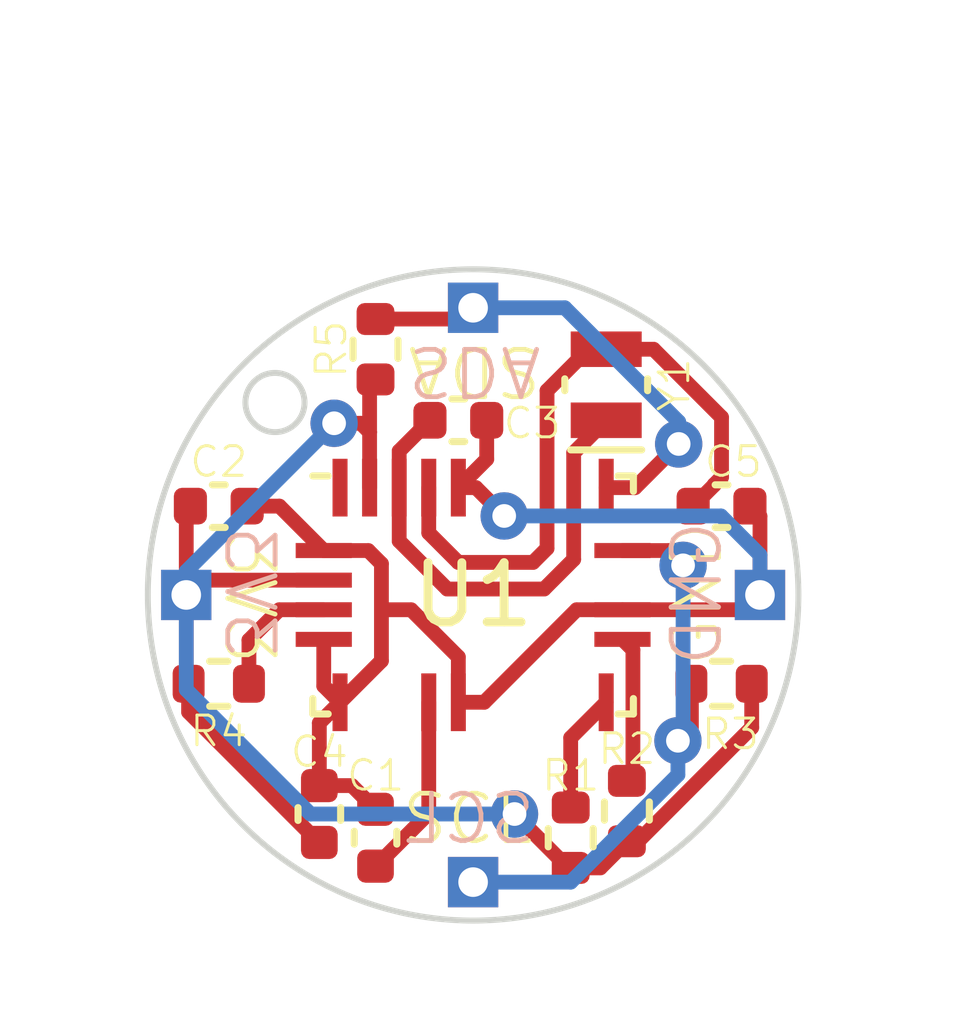
<source format=kicad_pcb>
(kicad_pcb (version 20221018) (generator pcbnew)
  (title_block (title "BNO08x Interface Board r5.5") (date "2023-08-24") (comment 1 "Author: Toby Godfrey"))
  (layers (0 "F.Cu" signal) (31 "B.Cu" signal) (34 "B.Paste" user) (35 "F.Paste" user) (36 "B.SilkS" user "B.Silkscreen") (37 "F.SilkS" user "F.Silkscreen") (38 "B.Mask" user) (39 "F.Mask" user) (44 "Edge.Cuts" user))
  (net 0 "")
  (net 1 "CLKSEL0")
  (net 2 "Net-(U1-CAP)")
  (net 3 "+3.3V")
  (net 4 "XIN32")
  (net 5 "CLKSEL1")
  (net 6 "SCL")
  (net 7 "SDA")
  (net 8 "Net-(U1-ENV_SCL)")
  (net 9 "Net-(U1-ENV_SDA)")
  (net 10 "Net-(U1-BOOTN)")
  (footprint "Connector_PinHeader_1.00mm:PinHeader_1x01_P1.00mm_Vertical" (layer "F.Cu") (at 150 95.15)
    (fp_text reference "J2" hide)
    (fp_text value "PIN_SDA")
    (pad "1" thru_hole rect (at 0 0) (size 0.85 0.85) (drill 0.5) (layers "*.Cu" "*.Mask") (net 7 "SDA"))
  )
  (footprint "Connector_PinHeader_1.00mm:PinHeader_1x01_P1.00mm_Vertical" (layer "F.Cu") (at 154.85 100)
    (fp_text reference "J4" hide)
    (fp_text value "PIN_GND")
    (pad "1" thru_hole rect (at 0 0) (size 0.85 0.85) (drill 0.5) (layers "*.Cu" "*.Mask") (net 1 "CLKSEL0"))
  )
  (footprint "Capacitor_SMD:C_0402_1005Metric" (layer "F.Cu") (at 154.2 98.5)
    (fp_text reference "C5" (at 0.2 -0.75) (layer "F.SilkS") (effects (font (size 0.5 0.5) (thickness 0.05))))
    (fp_text value "20pF")
    (fp_line (start -0.107836 -0.36) (end 0.107836 -0.36) (stroke (width 0.12)) (layer "F.SilkS"))
    (fp_line (start -0.107836 0.36) (end 0.107836 0.36) (stroke (width 0.12)) (layer "F.SilkS"))
    (pad "1" smd roundrect (at -0.48 0) (size 0.56 0.62) (layers "F.Cu" "F.Paste" "F.Mask") (net 5 "CLKSEL1"))
    (pad "2" smd roundrect (at 0.48 0) (size 0.56 0.62) (layers "F.Cu" "F.Paste" "F.Mask") (net 1 "CLKSEL0"))
  )
  (footprint "Connector_PinHeader_1.00mm:PinHeader_1x01_P1.00mm_Vertical" (layer "F.Cu") (at 150 104.85)
    (fp_text reference "J1" hide)
    (fp_text value "PIN_SCL")
    (pad "1" thru_hole rect (at 0 0) (size 0.85 0.85) (drill 0.5) (layers "*.Cu" "*.Mask") (net 6 "SCL"))
  )
  (footprint "Capacitor_SMD:C_0402_1005Metric" (layer "F.Cu") (at 148.35 104.1 -90)
    (fp_text reference "C1" (at -1.05 0 -180) (layer "F.SilkS") (effects (font (size 0.5 0.5) (thickness 0.05))))
    (fp_text value "100nF")
    (fp_line (start -0.107836 -0.36) (end 0.107836 -0.36) (stroke (width 0.12)) (layer "F.SilkS"))
    (fp_line (start -0.107836 0.36) (end 0.107836 0.36) (stroke (width 0.12)) (layer "F.SilkS"))
    (pad "1" smd roundrect (at -0.48 0 270) (size 0.56 0.62) (layers "F.Cu" "F.Paste" "F.Mask") (net 1 "CLKSEL0"))
    (pad "2" smd roundrect (at 0.48 0 270) (size 0.56 0.62) (layers "F.Cu" "F.Paste" "F.Mask") (net 2 "Net-(U1-CAP)"))
  )
  (footprint "Resistor_SMD:R_0402_1005Metric" (layer "F.Cu") (at 151.65 104.1 90)
    (fp_text reference "R1" (at 1.05 0 180) (layer "F.SilkS") (effects (font (size 0.5 0.5) (thickness 0.05))))
    (fp_text value "2.2k")
    (fp_line (start -0.153641 -0.38) (end 0.153641 -0.38) (stroke (width 0.12)) (layer "F.SilkS"))
    (fp_line (start -0.153641 0.38) (end 0.153641 0.38) (stroke (width 0.12)) (layer "F.SilkS"))
    (pad "1" smd roundrect (at -0.51 0 90) (size 0.54 0.64) (layers "F.Cu" "F.Paste" "F.Mask") (net 3 "+3.3V"))
    (pad "2" smd roundrect (at 0.51 0 90) (size 0.54 0.64) (layers "F.Cu" "F.Paste" "F.Mask") (net 8 "Net-(U1-ENV_SCL)"))
  )
  (footprint "Package_LGA:LGA-28_5.2x3.8mm_P0.5mm" (layer "F.Cu") (at 150 100)
    (fp_text reference "U1" (at 0 0) (layer "F.SilkS"))
    (fp_text value "~")
    (fp_line (start -2.71 -2.01) (end -2.45 -2.01) (stroke (width 0.12)) (layer "F.SilkS"))
    (fp_line (start -2.71 2.01) (end -2.71 1.75) (stroke (width 0.12)) (layer "F.SilkS"))
    (fp_line (start -2.71 2.01) (end -2.45 2.01) (stroke (width 0.12)) (layer "F.SilkS"))
    (fp_line (start 2.71 -2.01) (end 2.45 -2.01) (stroke (width 0.12)) (layer "F.SilkS"))
    (fp_line (start 2.71 -2.01) (end 2.71 -1.75) (stroke (width 0.12)) (layer "F.SilkS"))
    (fp_line (start 2.71 2.01) (end 2.45 2.01) (stroke (width 0.12)) (layer "F.SilkS"))
    (fp_line (start 2.71 2.01) (end 2.71 1.75) (stroke (width 0.12)) (layer "F.SilkS"))
    (pad "1" smd rect (at -2.25 -1.8125) (size 0.254 0.975) (layers "F.Cu" "F.Paste" "F.Mask"))
    (pad "2" smd rect (at -2.525 -0.75 90) (size 0.254 0.95) (layers "F.Cu" "F.Paste" "F.Mask") (net 1 "CLKSEL0"))
    (pad "3" smd rect (at -2.525 -0.25 90) (size 0.254 0.95) (layers "F.Cu" "F.Paste" "F.Mask") (net 3 "+3.3V"))
    (pad "4" smd rect (at -2.525 0.25 90) (size 0.254 0.95) (layers "F.Cu" "F.Paste" "F.Mask") (net 10 "Net-(U1-BOOTN)"))
    (pad "5" smd rect (at -2.525 0.75 90) (size 0.254 0.95) (layers "F.Cu" "F.Paste" "F.Mask") (net 1 "CLKSEL0"))
    (pad "6" smd rect (at -2.25 1.8125) (size 0.254 0.975) (layers "F.Cu" "F.Paste" "F.Mask") (net 1 "CLKSEL0"))
    (pad "9" smd rect (at -0.75 1.8125) (size 0.254 0.975) (layers "F.Cu" "F.Paste" "F.Mask") (net 2 "Net-(U1-CAP)"))
    (pad "10" smd rect (at -0.25 1.8125) (size 0.254 0.975) (layers "F.Cu" "F.Paste" "F.Mask") (net 1 "CLKSEL0"))
    (pad "15" smd rect (at 2.25 1.8125) (size 0.254 0.975) (layers "F.Cu" "F.Paste" "F.Mask") (net 8 "Net-(U1-ENV_SCL)"))
    (pad "16" smd rect (at 2.525 0.75 90) (size 0.254 0.95) (layers "F.Cu" "F.Paste" "F.Mask") (net 9 "Net-(U1-ENV_SDA)"))
    (pad "17" smd rect (at 2.525 0.25 90) (size 0.254 0.95) (layers "F.Cu" "F.Paste" "F.Mask") (net 1 "CLKSEL0"))
    (pad "19" smd rect (at 2.525 -0.75 90) (size 0.254 0.95) (layers "F.Cu" "F.Paste" "F.Mask") (net 6 "SCL"))
    (pad "20" smd rect (at 2.25 -1.8125) (size 0.254 0.975) (layers "F.Cu" "F.Paste" "F.Mask") (net 7 "SDA"))
    (pad "25" smd rect (at -0.25 -1.8125) (size 0.254 0.975) (layers "F.Cu" "F.Paste" "F.Mask") (net 1 "CLKSEL0"))
    (pad "26" smd rect (at -0.75 -1.8125) (size 0.254 0.975) (layers "F.Cu" "F.Paste" "F.Mask") (net 5 "CLKSEL1"))
    (pad "27" smd rect (at -1.25 -1.8125) (size 0.254 0.975) (layers "F.Cu" "F.Paste" "F.Mask") (net 4 "XIN32"))
    (pad "28" smd rect (at -1.75 -1.8125) (size 0.254 0.975) (layers "F.Cu" "F.Paste" "F.Mask") (net 3 "+3.3V"))
  )
  (footprint "Capacitor_SMD:C_0402_1005Metric" (layer "F.Cu") (at 145.7 98.5)
    (fp_text reference "C2" (at 0 -0.75) (layer "F.SilkS") (effects (font (size 0.5 0.5) (thickness 0.05))))
    (fp_text value "100nF")
    (fp_line (start -0.107836 -0.36) (end 0.107836 -0.36) (stroke (width 0.12)) (layer "F.SilkS"))
    (fp_line (start -0.107836 0.36) (end 0.107836 0.36) (stroke (width 0.12)) (layer "F.SilkS"))
    (pad "1" smd roundrect (at -0.48 0) (size 0.56 0.62) (layers "F.Cu" "F.Paste" "F.Mask") (net 3 "+3.3V"))
    (pad "2" smd roundrect (at 0.48 0) (size 0.56 0.62) (layers "F.Cu" "F.Paste" "F.Mask") (net 1 "CLKSEL0"))
  )
  (footprint "Resistor_SMD:R_0402_1005Metric" (layer "F.Cu") (at 154.2 101.5)
    (fp_text reference "R3" (at 0.15 0.85) (layer "F.SilkS") (effects (font (size 0.5 0.5) (thickness 0.05))))
    (fp_text value "2.2k")
    (fp_line (start -0.153641 -0.38) (end 0.153641 -0.38) (stroke (width 0.12)) (layer "F.SilkS"))
    (fp_line (start -0.153641 0.38) (end 0.153641 0.38) (stroke (width 0.12)) (layer "F.SilkS"))
    (pad "1" smd roundrect (at -0.51 0) (size 0.54 0.64) (layers "F.Cu" "F.Paste" "F.Mask") (net 6 "SCL"))
    (pad "2" smd roundrect (at 0.51 0) (size 0.54 0.64) (layers "F.Cu" "F.Paste" "F.Mask") (net 3 "+3.3V"))
  )
  (footprint "Capacitor_SMD:C_0402_1005Metric" (layer "F.Cu") (at 149.75 97.05)
    (fp_text reference "C3" (at 1.25 0.05) (layer "F.SilkS") (effects (font (size 0.5 0.5) (thickness 0.05))))
    (fp_text value "20pF")
    (fp_line (start -0.107836 -0.36) (end 0.107836 -0.36) (stroke (width 0.12)) (layer "F.SilkS"))
    (fp_line (start -0.107836 0.36) (end 0.107836 0.36) (stroke (width 0.12)) (layer "F.SilkS"))
    (pad "1" smd roundrect (at -0.48 0) (size 0.56 0.62) (layers "F.Cu" "F.Paste" "F.Mask") (net 4 "XIN32"))
    (pad "2" smd roundrect (at 0.48 0) (size 0.56 0.62) (layers "F.Cu" "F.Paste" "F.Mask") (net 1 "CLKSEL0"))
  )
  (footprint "Resistor_SMD:R_0402_1005Metric" (layer "F.Cu") (at 148.35 95.85 90)
    (fp_text reference "R5" (at 0 -0.75 90) (layer "F.SilkS") (effects (font (size 0.5 0.5) (thickness 0.05))))
    (fp_text value "2.2k")
    (fp_line (start -0.153641 -0.38) (end 0.153641 -0.38) (stroke (width 0.12)) (layer "F.SilkS"))
    (fp_line (start -0.153641 0.38) (end 0.153641 0.38) (stroke (width 0.12)) (layer "F.SilkS"))
    (pad "1" smd roundrect (at -0.51 0 90) (size 0.54 0.64) (layers "F.Cu" "F.Paste" "F.Mask") (net 3 "+3.3V"))
    (pad "2" smd roundrect (at 0.51 0 90) (size 0.54 0.64) (layers "F.Cu" "F.Paste" "F.Mask") (net 7 "SDA"))
  )
  (footprint "Crystal:Crystal_SMD_MicroCrystal_CM9V-T1A-2Pin_1.6x1.0mm" (layer "F.Cu") (at 152.25 96.45 90)
    (fp_text reference "Y1" (at 0 1.15 90) (layer "F.SilkS") (effects (font (size 0.5 0.5) (thickness 0.05))))
    (fp_text value "32.768kHz")
    (fp_line (start -1.1 -0.6) (end -1.1 0.6) (stroke (width 0.12)) (layer "F.SilkS"))
    (fp_line (start -0.1 -0.7) (end 0.1 -0.7) (stroke (width 0.12)) (layer "F.SilkS"))
    (fp_line (start -0.1 0.7) (end 0.1 0.7) (stroke (width 0.12)) (layer "F.SilkS"))
    (pad "1" smd rect (at -0.6 0 90) (size 0.6 1.2) (layers "F.Cu" "F.Paste" "F.Mask") (net 4 "XIN32"))
    (pad "2" smd rect (at 0.6 0 90) (size 0.6 1.2) (layers "F.Cu" "F.Paste" "F.Mask") (net 5 "CLKSEL1"))
  )
  (footprint "Resistor_SMD:R_0402_1005Metric" (layer "F.Cu") (at 145.7 101.5 180)
    (fp_text reference "R4" (at 0 -0.8) (layer "F.SilkS") (effects (font (size 0.5 0.5) (thickness 0.05))))
    (fp_text value "10k")
    (fp_line (start -0.153641 -0.38) (end 0.153641 -0.38) (stroke (width 0.12)) (layer "F.SilkS"))
    (fp_line (start -0.153641 0.38) (end 0.153641 0.38) (stroke (width 0.12)) (layer "F.SilkS"))
    (pad "1" smd roundrect (at -0.51 0 180) (size 0.54 0.64) (layers "F.Cu" "F.Paste" "F.Mask") (net 10 "Net-(U1-BOOTN)"))
    (pad "2" smd roundrect (at 0.51 0 180) (size 0.54 0.64) (layers "F.Cu" "F.Paste" "F.Mask") (net 3 "+3.3V"))
  )
  (footprint "Capacitor_SMD:C_0402_1005Metric" (layer "F.Cu") (at 147.4 103.7 90)
    (fp_text reference "C4" (at 1.05 0 180) (layer "F.SilkS") (effects (font (size 0.5 0.5) (thickness 0.05))))
    (fp_text value "100nF")
    (fp_line (start -0.107836 -0.36) (end 0.107836 -0.36) (stroke (width 0.12)) (layer "F.SilkS"))
    (fp_line (start -0.107836 0.36) (end 0.107836 0.36) (stroke (width 0.12)) (layer "F.SilkS"))
    (pad "1" smd roundrect (at -0.48 0 90) (size 0.56 0.62) (layers "F.Cu" "F.Paste" "F.Mask") (net 3 "+3.3V"))
    (pad "2" smd roundrect (at 0.48 0 90) (size 0.56 0.62) (layers "F.Cu" "F.Paste" "F.Mask") (net 1 "CLKSEL0"))
  )
  (footprint "Connector_PinHeader_1.00mm:PinHeader_1x01_P1.00mm_Vertical" (layer "F.Cu") (at 145.15 100)
    (fp_text reference "J3" hide)
    (fp_text value "PIN_3V3")
    (pad "1" thru_hole rect (at 0 0) (size 0.85 0.85) (drill 0.5) (layers "*.Cu" "*.Mask") (net 3 "+3.3V"))
  )
  (footprint "Resistor_SMD:R_0402_1005Metric" (layer "F.Cu") (at 152.6 103.65 -90)
    (fp_text reference "R2" (at -1.05 0 -180) (layer "F.SilkS") (effects (font (size 0.5 0.5) (thickness 0.05))))
    (fp_text value "2.2k")
    (fp_line (start -0.153641 -0.38) (end 0.153641 -0.38) (stroke (width 0.12)) (layer "F.SilkS"))
    (fp_line (start -0.153641 0.38) (end 0.153641 0.38) (stroke (width 0.12)) (layer "F.SilkS"))
    (pad "1" smd roundrect (at -0.51 0 270) (size 0.54 0.64) (layers "F.Cu" "F.Paste" "F.Mask") (net 9 "Net-(U1-ENV_SDA)"))
    (pad "2" smd roundrect (at 0.51 0 270) (size 0.54 0.64) (layers "F.Cu" "F.Paste" "F.Mask") (net 3 "+3.3V"))
  )
  (gr_circle (center 150 100) (end 155.5 100) (stroke (width 0.1)) (fill none) (layer "Edge.Cuts"))
  (gr_circle (center 146.65 96.75) (end 147.15 96.75) (stroke (width 0.1)) (fill none) (layer "Edge.Cuts"))
  (gr_text "SCL" (at 151.1 104.25) (layer "B.SilkS") (effects (font (size 0.8 0.8) (thickness 0.08)) (justify left bottom mirror)))
  (gr_text "GND" (at 154.25 98.7 90) (layer "B.SilkS") (effects (font (size 0.8 0.8) (thickness 0.08)) (justify left bottom mirror)))
  (gr_text "3V3" (at 145.75 101.1 -90) (layer "B.SilkS") (effects (font (size 0.8 0.8) (thickness 0.08)) (justify left bottom mirror)))
  (gr_text "SDA" (at 148.85 95.75 -180) (layer "B.SilkS") (effects (font (size 0.8 0.8) (thickness 0.08)) (justify left bottom mirror)))
  (gr_text "SCL" (at 148.75 104.25) (layer "F.SilkS") (effects (font (size 0.8 0.8) (thickness 0.08)) (justify left bottom)))
  (gr_text "3V3" (at 145.75 98.9 -90) (layer "F.SilkS") (effects (font (size 0.8 0.8) (thickness 0.08)) (justify left bottom)))
  (gr_text "GND" (at 154.25 101.25 90) (layer "F.SilkS") (effects (font (size 0.8 0.8) (thickness 0.08)) (justify left bottom)))
  (gr_text "SDA" (at 151.2 95.75 180) (layer "F.SilkS") (effects (font (size 0.8 0.8) (thickness 0.08)) (justify left bottom)))
  (segment (start 152.525 100.25) (end 154.6 100.25) (width 0.25) (layer "F.Cu") (net 1))
  (segment (start 149.75 101.8125) (end 149.75 101.048) (width 0.25) (layer "F.Cu") (net 1))
  (segment (start 150.5255 98.66582) (end 150.04718 98.1875) (width 0.25) (layer "F.Cu") (net 1))
  (segment (start 154.85 98.67) (end 154.68 98.5) (width 0.25) (layer "F.Cu") (net 1))
  (segment (start 146.18 98.5) (end 146.725 98.5) (width 0.25) (layer "F.Cu") (net 1))
  (segment (start 150.23 97.05) (end 150.23 97.7075) (width 0.25) (layer "F.Cu") (net 1))
  (segment (start 154.85 100) (end 154.85 98.67) (width 0.25) (layer "F.Cu") (net 1))
  (segment (start 148.45 101.1125) (end 147.75 101.8125) (width 0.25) (layer "F.Cu") (net 1))
  (segment (start 154.6 100.25) (end 154.85 100) (width 0.25) (layer "F.Cu") (net 1))
  (segment (start 151.75 100.25) (end 152.525 100.25) (width 0.25) (layer "F.Cu") (net 1))
  (segment (start 146.725 98.5) (end 147.475 99.25) (width 0.25) (layer "F.Cu") (net 1))
  (segment (start 147.4 102.1625) (end 147.75 101.8125) (width 0.25) (layer "F.Cu") (net 1))
  (segment (start 148.45 99.473) (end 148.45 100.25) (width 0.25) (layer "F.Cu") (net 1))
  (segment (start 147.4 103.22) (end 147.95 103.22) (width 0.25) (layer "F.Cu") (net 1))
  (segment (start 147.475 100.75) (end 147.475 101.5375) (width 0.25) (layer "F.Cu") (net 1))
  (segment (start 147.95 103.22) (end 148.35 103.62) (width 0.25) (layer "F.Cu") (net 1))
  (segment (start 148.45 100.25) (end 148.45 101.1125) (width 0.25) (layer "F.Cu") (net 1))
  (segment (start 150.23 97.7075) (end 149.75 98.1875) (width 0.25) (layer "F.Cu") (net 1))
  (segment (start 148.227 99.25) (end 148.45 99.473) (width 0.25) (layer "F.Cu") (net 1))
  (segment (start 147.475 99.25) (end 148.227 99.25) (width 0.25) (layer "F.Cu") (net 1))
  (segment (start 147.475 101.5375) (end 147.75 101.8125) (width 0.25) (layer "F.Cu") (net 1))
  (segment (start 148.952 100.25) (end 148.45 100.25) (width 0.25) (layer "F.Cu") (net 1))
  (segment (start 147.75 101.8125) (end 147.75 101.95) (width 0.25) (layer "F.Cu") (net 1))
  (segment (start 150.04718 98.1875) (end 149.75 98.1875) (width 0.25) (layer "F.Cu") (net 1))
  (segment (start 149.75 101.048) (end 148.952 100.25) (width 0.25) (layer "F.Cu") (net 1))
  (segment (start 147.4 103.22) (end 147.4 102.1625) (width 0.25) (layer "F.Cu") (net 1))
  (segment (start 149.75 101.8125) (end 150.1875 101.8125) (width 0.25) (layer "F.Cu") (net 1))
  (segment (start 150.1875 101.8125) (end 151.75 100.25) (width 0.25) (layer "F.Cu") (net 1))
  (via (at 150.5255 98.66582) (size 0.8) (drill 0.4) (layers "F.Cu" "B.Cu") (net 1))
  (segment (start 150.5255 98.66582) (end 154.19082 98.66582) (width 0.25) (layer "B.Cu") (net 1))
  (segment (start 154.85 99.325) (end 154.85 100) (width 0.25) (layer "B.Cu") (net 1))
  (segment (start 154.19082 98.66582) (end 154.85 99.325) (width 0.25) (layer "B.Cu") (net 1))
  (segment (start 149.25 103.687609) (end 149.25 101.8125) (width 0.25) (layer "F.Cu") (net 2))
  (segment (start 148.35 104.58) (end 148.357609 104.58) (width 0.25) (layer "F.Cu") (net 2))
  (segment (start 148.357609 104.58) (end 149.25 103.687609) (width 0.25) (layer "F.Cu") (net 2))
  (segment (start 145.15 100) (end 145.15 101.46) (width 0.25) (layer "F.Cu") (net 3))
  (segment (start 148.25 97.25) (end 148.25 96.46) (width 0.25) (layer "F.Cu") (net 3))
  (segment (start 145.19 101.977609) (end 145.19 101.5) (width 0.25) (layer "F.Cu") (net 3))
  (segment (start 148.100498 97.100498) (end 148.25 97.25) (width 0.25) (layer "F.Cu") (net 3))
  (segment (start 147.475 99.75) (end 145.4 99.75) (width 0.25) (layer "F.Cu") (net 3))
  (segment (start 151.65 104.61) (end 152.15 104.61) (width 0.25) (layer "F.Cu") (net 3))
  (segment (start 147.392391 104.18) (end 145.19 101.977609) (width 0.25) (layer "F.Cu") (net 3))
  (segment (start 147.4 104.18) (end 147.392391 104.18) (width 0.25) (layer "F.Cu") (net 3))
  (segment (start 145.4 99.75) (end 145.15 100) (width 0.25) (layer "F.Cu") (net 3))
  (segment (start 151.65 104.61) (end 151.61 104.61) (width 0.25) (layer "F.Cu") (net 3))
  (segment (start 145.15 101.46) (end 145.19 101.5) (width 0.25) (layer "F.Cu") (net 3))
  (segment (start 152.79 104.16) (end 154.71 102.24) (width 0.25) (layer "F.Cu") (net 3))
  (segment (start 152.15 104.61) (end 152.6 104.16) (width 0.25) (layer "F.Cu") (net 3))
  (segment (start 148.25 96.46) (end 148.35 96.36) (width 0.25) (layer "F.Cu") (net 3))
  (segment (start 151.61 104.61) (end 150.7 103.7) (width 0.25) (layer "F.Cu") (net 3))
  (segment (start 148.25 98.1875) (end 148.25 97.25) (width 0.25) (layer "F.Cu") (net 3))
  (segment (start 154.71 102.24) (end 154.71 101.5) (width 0.25) (layer "F.Cu") (net 3))
  (segment (start 152.6 104.16) (end 152.79 104.16) (width 0.25) (layer "F.Cu") (net 3))
  (segment (start 147.65 97.100498) (end 148.100498 97.100498) (width 0.25) (layer "F.Cu") (net 3))
  (segment (start 145.15 100) (end 145.15 98.57) (width 0.25) (layer "F.Cu") (net 3))
  (segment (start 145.15 98.57) (end 145.22 98.5) (width 0.25) (layer "F.Cu") (net 3))
  (via (at 147.65 97.100498) (size 0.8) (drill 0.4) (layers "F.Cu" "B.Cu") (net 3))
  (via (at 150.7 103.7) (size 0.8) (drill 0.4) (layers "F.Cu" "B.Cu") (net 3))
  (segment (start 150.7 103.7) (end 147.25 103.7) (width 0.25) (layer "B.Cu") (net 3))
  (segment (start 145.15 99.600498) (end 147.65 97.100498) (width 0.25) (layer "B.Cu") (net 3))
  (segment (start 147.25 103.7) (end 145.15 101.6) (width 0.25) (layer "B.Cu") (net 3))
  (segment (start 145.15 100) (end 145.15 99.600498) (width 0.25) (layer "B.Cu") (net 3))
  (segment (start 145.15 101.6) (end 145.15 100) (width 0.25) (layer "B.Cu") (net 3))
  (segment (start 152.25 97.05) (end 151.7 97.6) (width 0.25) (layer "F.Cu") (net 4))
  (segment (start 149.27 97.05) (end 148.75 97.57) (width 0.25) (layer "F.Cu") (net 4))
  (segment (start 151.2 99.9) (end 149.561604 99.9) (width 0.25) (layer "F.Cu") (net 4))
  (segment (start 149.561604 99.9) (end 148.75 99.088396) (width 0.25) (layer "F.Cu") (net 4))
  (segment (start 148.75 99.088396) (end 148.75 98.1875) (width 0.25) (layer "F.Cu") (net 4))
  (segment (start 151.7 99.4) (end 151.2 99.9) (width 0.25) (layer "F.Cu") (net 4))
  (segment (start 148.75 97.57) (end 148.75 98.1875) (width 0.25) (layer "F.Cu") (net 4))
  (segment (start 151.7 97.6) (end 151.7 99.4) (width 0.25) (layer "F.Cu") (net 4))
  (segment (start 154.2 97) (end 153.05 95.85) (width 0.25) (layer "F.Cu") (net 5))
  (segment (start 149.748 99.45) (end 149.25 98.952) (width 0.25) (layer "F.Cu") (net 5))
  (segment (start 152.25 95.85) (end 151.95 95.85) (width 0.25) (layer "F.Cu") (net 5))
  (segment (start 154.075 98.145) (end 154.075 98.137391) (width 0.25) (layer "F.Cu") (net 5))
  (segment (start 154.2 98.012391) (end 154.2 97) (width 0.25) (layer "F.Cu") (net 5))
  (segment (start 151.013604 99.45) (end 149.748 99.45) (width 0.25) (layer "F.Cu") (net 5))
  (segment (start 151.95 95.85) (end 151.25 96.55) (width 0.25) (layer "F.Cu") (net 5))
  (segment (start 153.72 98.5) (end 154.075 98.145) (width 0.25) (layer "F.Cu") (net 5))
  (segment (start 153.05 95.85) (end 152.25 95.85) (width 0.25) (layer "F.Cu") (net 5))
  (segment (start 151.25 99.213604) (end 151.013604 99.45) (width 0.25) (layer "F.Cu") (net 5))
  (segment (start 149.25 98.952) (end 149.25 98.1875) (width 0.25) (layer "F.Cu") (net 5))
  (segment (start 151.25 96.55) (end 151.25 99.213604) (width 0.25) (layer "F.Cu") (net 5))
  (segment (start 154.075 98.137391) (end 154.2 98.012391) (width 0.25) (layer "F.Cu") (net 5))
  (segment (start 153.3 99.25) (end 153.55 99.5) (width 0.25) (layer "F.Cu") (net 6))
  (segment (start 153.69 101.5) (end 153.69 102.235402) (width 0.25) (layer "F.Cu") (net 6))
  (segment (start 153.69 102.235402) (end 153.462701 102.462701) (width 0.25) (layer "F.Cu") (net 6))
  (segment (start 152.525 99.25) (end 153.3 99.25) (width 0.25) (layer "F.Cu") (net 6))
  (via (at 153.55 99.5) (size 0.8) (drill 0.4) (layers "F.Cu" "B.Cu") (net 6))
  (via (at 153.462701 102.462701) (size 0.8) (drill 0.4) (layers "F.Cu" "B.Cu") (net 6))
  (segment (start 153.55 99.5) (end 153.55 102.375402) (width 0.25) (layer "B.Cu") (net 6))
  (segment (start 153.462701 103.037299) (end 151.65 104.85) (width 0.25) (layer "B.Cu") (net 6))
  (segment (start 151.65 104.85) (end 150 104.85) (width 0.25) (layer "B.Cu") (net 6))
  (segment (start 153.55 102.375402) (end 153.462701 102.462701) (width 0.25) (layer "B.Cu") (net 6))
  (segment (start 153.462701 102.462701) (end 153.462701 103.037299) (width 0.25) (layer "B.Cu") (net 6))
  (segment (start 149.81 95.34) (end 150 95.15) (width 0.25) (layer "F.Cu") (net 7))
  (segment (start 153.4755 97.45) (end 152.738 98.1875) (width 0.25) (layer "F.Cu") (net 7))
  (segment (start 152.738 98.1875) (end 152.25 98.1875) (width 0.25) (layer "F.Cu") (net 7))
  (segment (start 148.35 95.34) (end 149.81 95.34) (width 0.25) (layer "F.Cu") (net 7))
  (via (at 153.4755 97.45) (size 0.8) (drill 0.4) (layers "F.Cu" "B.Cu") (net 7))
  (segment (start 153.4755 97.0755) (end 151.55 95.15) (width 0.25) (layer "B.Cu") (net 7))
  (segment (start 153.4755 97.45) (end 153.4755 97.0755) (width 0.25) (layer "B.Cu") (net 7))
  (segment (start 151.55 95.15) (end 150 95.15) (width 0.25) (layer "B.Cu") (net 7))
  (segment (start 151.65 102.4125) (end 151.65 103.59) (width 0.25) (layer "F.Cu") (net 8))
  (segment (start 152.25 101.8125) (end 151.65 102.4125) (width 0.25) (layer "F.Cu") (net 8))
  (segment (start 152.6 103.14) (end 152.702 103.038) (width 0.25) (layer "F.Cu") (net 9))
  (segment (start 152.702 100.927) (end 152.525 100.75) (width 0.25) (layer "F.Cu") (net 9))
  (segment (start 152.702 103.038) (end 152.702 100.927) (width 0.25) (layer "F.Cu") (net 9))
  (segment (start 146.21 101.5) (end 146.21 100.763) (width 0.25) (layer "F.Cu") (net 10))
  (segment (start 146.723 100.25) (end 147.475 100.25) (width 0.25) (layer "F.Cu") (net 10))
  (segment (start 146.21 100.763) (end 146.723 100.25) (width 0.25) (layer "F.Cu") (net 10))
)
</source>
